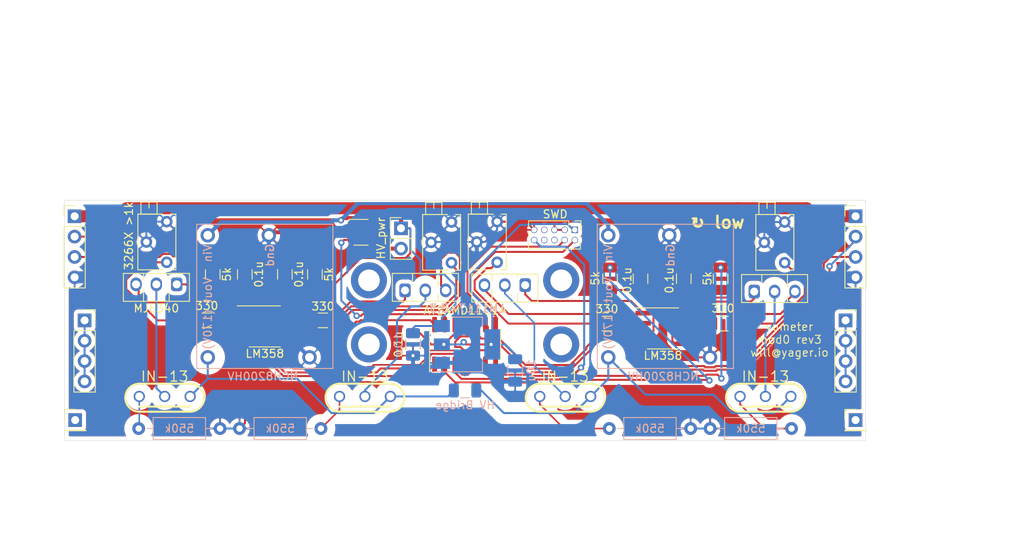
<source format=kicad_pcb>
(kicad_pcb (version 20211014) (generator pcbnew)
  (layers (0 "F.Cu" signal) (31 "B.Cu" signal) (34 "B.Paste" user) (35 "F.Paste" user) (36 "B.SilkS" user "B.Silkscreen") (37 "F.SilkS" user "F.Silkscreen") (38 "B.Mask" user) (39 "F.Mask" user) (44 "Edge.Cuts" user))
  (net 0 "")
  (net 1 "GND")
  (net 2 "3V3")
  (net 3 "Net-(C_pwm1-Pad1)")
  (net 4 "Net-(C_pwm2-Pad1)")
  (net 5 "Net-(C_pwm3-Pad1)")
  (net 6 "Net-(C_pwm4-Pad1)")
  (net 7 "Net-(J1-Pad6)")
  (net 8 "Net-(J1-Pad7)")
  (net 9 "Net-(J1-Pad8)")
  (net 10 "rx1")
  (net 11 "tx1")
  (net 12 "V_mid")
  (net 13 "rx2")
  (net 14 "tx2")
  (net 15 "HV2")
  (net 16 "HV1")
  (net 17 "Net-(Q1-Pad3)")
  (net 18 "Net-(Q1-Pad1)")
  (net 19 "Net-(Q2-Pad1)")
  (net 20 "Net-(Q2-Pad3)")
  (net 21 "Net-(Q3-Pad3)")
  (net 22 "Net-(Q3-Pad1)")
  (net 23 "Net-(Q4-Pad1)")
  (net 24 "Net-(Q4-Pad3)")
  (net 25 "PWM3")
  (net 26 "PWM4")
  (net 27 "Net-(R_Sense1-Pad2)")
  (net 28 "Net-(R_Sense2-Pad2)")
  (net 29 "Net-(R_Sense3-Pad2)")
  (net 30 "Net-(R_Sense4-Pad2)")
  (net 31 "PWM1")
  (net 32 "PWM2")
  (net 33 "Net-(H1-Pad1)")
  (net 34 "Net-(H2-Pad1)")
  (net 35 "Net-(H3-Pad1)")
  (net 36 "Net-(H4-Pad1)")
  (net 37 "Net-(J4-Pad1)")
  (net 38 "Net-(J5-Pad1)")
  (net 39 "Net-(JP2-Pad2)")
  (net 40 "M1")
  (net 41 "M2")
  (net 42 "M3")
  (net 43 "M4")
  (net 44 "Net-(J6-Pad1)")
  (net 45 "Net-(J7-Pad1)")
  (net 46 "Net-(U5-Pad1)")
  (net 47 "Net-(U7-Pad4)")
  (net 48 "Net-(U7-Pad5)")
  (net 49 "hv_en")
  (net 50 "M5")
  (net 51 "M6")
  (net 52 "M7")
  (net 53 "M8")
  (net 54 "swdio")
  (net 55 "swclk")
  (net 56 "rst")
  (footprint "Capacitor_SMD:C_1206_3216Metric" (layer "F.Cu") (at 134.175 103.005 -90)
    (fp_text reference "C_decouple1" hide)
    (fp_text value "0.1u")
  )
  (footprint "Capacitor_SMD:C_1206_3216Metric" (layer "F.Cu") (at 118.175 94.255 90)
    (fp_text reference "C_pwm2" hide)
    (fp_text value "0.1u")
  )
  (footprint "Capacitor_SMD:C_1206_3216Metric" (layer "F.Cu") (at 162.575 94.805 90)
    (fp_text reference "C_pwm3" hide)
    (fp_text value "0.1u")
  )
  (footprint "Capacitor_SMD:C_1206_3216Metric" (layer "F.Cu") (at 167.975 94.805 90)
    (fp_text reference "C_pwm4" hide)
    (fp_text value "0.1u")
  )
  (footprint "Resistor_SMD:R_1206_3216Metric" (layer "F.Cu") (at 109.175 94.255 -90)
    (fp_text reference "R_pwm1" hide)
    (fp_text value "5k")
  )
  (footprint "Resistor_SMD:R_1206_3216Metric" (layer "F.Cu") (at 172.575 94.805 -90)
    (fp_text reference "R_pwm4" hide)
    (fp_text value "5k")
  )
  (footprint "Resistor_SMD:R_1206_3216Metric" (layer "F.Cu") (at 108.425 100.005 180)
    (fp_text reference "R_Sense1" hide)
    (fp_text value "330")
  )
  (footprint "Resistor_SMD:R_1206_3216Metric" (layer "F.Cu") (at 158.375 100.405 180)
    (fp_text reference "R_Sense3" hide)
    (fp_text value "330")
  )
  (footprint "Resistor_SMD:R_1206_3216Metric" (layer "F.Cu") (at 172.925 100.405)
    (fp_text reference "R_Sense4" hide)
    (fp_text value "330")
  )
  (footprint "Package_SO:SOIC-14_3.9x8.7mm_P1.27mm" (layer "F.Cu") (at 140.675 103.005 90)
    (fp_text reference "U2" hide)
    (fp_text value "ATSAMD11C14")
  )
  (footprint "Package_SO:SOIC-8_3.9x4.9mm_P1.27mm" (layer "F.Cu") (at 165.375 101.005)
    (fp_text reference "U4" hide)
    (fp_text value "LM358")
  )
  (footprint "Potentiometer_THT:Potentiometer_Bourns_3266X_Horizontal" (layer "F.Cu") (at 103.425 92.755 -90)
    (fp_text reference "R_adj1" hide)
    (fp_text value "3266X >1k")
  )
  (footprint "Potentiometer_THT:Potentiometer_Bourns_3266X_Horizontal" (layer "F.Cu") (at 138.975 92.805 -90)
    (fp_text reference "R_adj2" hide)
    (fp_text value "3266X >1k" hide)
  )
  (footprint "Potentiometer_THT:Potentiometer_Bourns_3266X_Horizontal" (layer "F.Cu") (at 180.575 92.805 -90)
    (fp_text reference "R_adj4" hide)
    (fp_text value "3266X >1k" hide)
  )
  (footprint "Potentiometer_THT:Potentiometer_Bourns_3266X_Horizontal" (layer "F.Cu") (at 144.675 92.755 -90)
    (fp_text reference "R_adj3" hide)
    (fp_text value "3266X >1k" hide)
  )
  (footprint "Connector_PinSocket_2.54mm:PinSocket_1x04_P2.54mm_Vertical" (layer "F.Cu") (at 93.175 100.005)
    (fp_text reference "J4" hide)
    (fp_text value "Standoff_1" hide)
  )
  (footprint "Connector_PinSocket_2.54mm:PinSocket_1x04_P2.54mm_Vertical" (layer "F.Cu") (at 188.175 100.005)
    (fp_text reference "J5" hide)
    (fp_text value "Standoff_2" hide)
  )
  (footprint "MountingHole:MountingHole_2.7mm_M2.5_ISO14580_Pad" (layer "F.Cu") (at 128.675 103.005)
    (fp_text reference "H2" hide)
    (fp_text value "MountingHole_Pad" hide)
  )
  (footprint "MountingHole:MountingHole_2.7mm_M2.5_ISO14580_Pad" (layer "F.Cu") (at 152.675 95.005)
    (fp_text reference "H3" hide)
    (fp_text value "MountingHole_Pad" hide)
  )
  (footprint "MountingHole:MountingHole_2.7mm_M2.5_ISO14580_Pad" (layer "F.Cu") (at 152.675 103.005)
    (fp_text reference "H4" hide)
    (fp_text value "MountingHole_Pad" hide)
  )
  (footprint "Resistor_SMD:R_1206_3216Metric" (layer "F.Cu") (at 158.775 94.805 -90)
    (fp_text reference "R_pwm3" hide)
    (fp_text value "5k")
  )
  (footprint "Resistor_SMD:R_1206_3216Metric" (layer "F.Cu") (at 121.925 94.255 -90)
    (fp_text reference "R_pwm2" hide)
    (fp_text value "5k")
  )
  (footprint "Package_SO:SOIC-8_3.9x4.9mm_P1.27mm" (layer "F.Cu") (at 115.675 100.755)
    (fp_text reference "U1" hide)
    (fp_text value "LM358")
  )
  (footprint "Resistor_SMD:R_1206_3216Metric" (layer "F.Cu") (at 122.925 100.005)
    (fp_text reference "R_Sense2" hide)
    (fp_text value "330")
  )
  (footprint "MountingHole:MountingHole_2.7mm_M2.5_ISO14580_Pad" (layer "F.Cu") (at 128.675 95.005)
    (fp_text reference "H1" hide)
    (fp_text value "MountingHole_Pad" hide)
  )
  (footprint "Capacitor_SMD:C_1206_3216Metric" (layer "F.Cu") (at 113.175 94.255 90)
    (fp_text reference "C_pwm1" hide)
    (fp_text value "0.1u")
  )
  (footprint "vumeter:fixed-IN-13-footprint-wide-sockets" (layer "F.Cu") (at 106.35 109.5 180)
    (fp_text reference "N1" hide)
    (fp_text value "IN-13")
  )
  (footprint "vumeter:fixed-IN-13-footprint-wide-sockets" (layer "F.Cu") (at 131.35 109.5 180)
    (fp_text reference "N2" hide)
    (fp_text value "IN-13")
  )
  (footprint "vumeter:fixed-IN-13-footprint-wide-sockets" (layer "F.Cu") (at 156.35 109.5 180)
    (fp_text reference "N3" hide)
    (fp_text value "IN-13")
  )
  (footprint "vumeter:fixed-IN-13-footprint-wide-sockets" (layer "F.Cu") (at 181.35 109.5 180)
    (fp_text reference "N4" hide)
    (fp_text value "IN-13")
  )
  (footprint "Connector_PinHeader_2.54mm:PinHeader_1x01_P2.54mm_Vertical" (layer "F.Cu") (at 189.425 112.451)
    (fp_text reference "J7" hide)
    (fp_text value "Conn_01x01_Male")
  )
  (footprint "Connector_PinHeader_2.54mm:PinHeader_1x01_P2.54mm_Vertical" (layer "F.Cu") (at 91.999 112.451)
    (fp_text reference "J6" hide)
    (fp_text value "Conn_01x01_Male" hide)
  )
  (footprint "Connector_PinHeader_2.54mm:PinHeader_1x04_P2.54mm_Vertical" (layer "F.Cu") (at 91.925 87.005)
    (fp_text reference "J3" hide)
    (fp_text value "Conn_01x04")
  )
  (footprint "Connector_PinHeader_2.54mm:PinHeader_1x04_P2.54mm_Vertical" (layer "F.Cu") (at 189.425 87.005)
    (fp_text reference "J2" hide)
    (fp_text value "Conn_01x04")
  )
  (footprint "Package_TO_SOT_SMD:SOT-23-6" (layer "F.Cu") (at 127.675 89.005)
    (fp_text reference "U7" hide)
    (fp_text value "TPS2281DBVR")
  )
  (footprint "Connector_PinHeader_2.54mm:PinHeader_1x02_P2.54mm_Vertical" (layer "F.Cu") (at 132.675 88.505)
    (fp_text reference "JP2" hide)
    (fp_text value "HV_pwr")
  )
  (footprint "vumeter:TO-126-3_Vertical-HV" (layer "F.Cu") (at 104.675 95.505 180)
    (fp_text reference "Q1" hide)
    (fp_text value "MJE340")
  )
  (footprint "vumeter:TO-126-3_Vertical-HV" (layer "F.Cu") (at 133.175 96.255)
    (fp_text reference "Q2" hide)
    (fp_text value "MJE340")
  )
  (footprint "vumeter:TO-126-3_Vertical-HV" (layer "F.Cu") (at 148.175 95.605 180)
    (fp_text reference "Q3" hide)
    (fp_text value "MJE340")
  )
  (footprint "vumeter:TO-126-3_Vertical-HV" (layer "F.Cu") (at 176.775 96.405)
    (fp_text reference "Q4" hide)
    (fp_text value "MJE340")
  )
  (footprint "vumeter:PinHeader_2x05_P1.27mm_Vertical-smallholes" (layer "F.Cu") (at 154.375 88.705 -90)
    (fp_text reference "J1" hide)
    (fp_text value "SWD")
  )
  (footprint "Package_TO_SOT_SMD:SOT-223-3_TabPin2" (layer "B.Cu") (at 140.925 103.005)
    (fp_text reference "U3" hide)
    (fp_text value "LM1117-3.3")
  )
  (footprint "vumeter:NCH8200HV" (layer "B.Cu") (at 106.175 97.005 -90)
    (fp_text reference "U5" hide)
    (fp_text value "NCH8200HV")
  )
  (footprint "vumeter:NCH8200HV" (layer "B.Cu") (at 156.175 97.005 -90)
    (fp_text reference "U6" hide)
    (fp_text value "NCH8200HV")
  )
  (footprint "Resistor_SMD:R_1206_3216Metric" (layer "B.Cu") (at 140.675 108.755 180)
    (fp_text reference "JP1" hide)
    (fp_text value "HV Bridge")
  )
  (footprint "Capacitor_SMD:C_1206_3216Metric" (layer "B.Cu") (at 134.175 103.005 90)
    (fp_text reference "C_pwr1" hide)
    (fp_text value "10u")
  )
  (footprint "Resistor_THT:R_Axial_DIN0207_L6.3mm_D2.5mm_P10.16mm_Horizontal" (layer "B.Cu") (at 99.925 113.505)
    (fp_text reference "R_Cathode1" hide)
    (fp_text value "550k")
  )
  (footprint "Resistor_THT:R_Axial_DIN0207_L6.3mm_D2.5mm_P10.16mm_Horizontal" (layer "B.Cu") (at 158.675 113.505)
    (fp_text reference "R_Cathode3" hide)
    (fp_text value "550k")
  )
  (footprint "Resistor_THT:R_Axial_DIN0207_L6.3mm_D2.5mm_P10.16mm_Horizontal" (layer "B.Cu") (at 122.675 113.505 180)
    (fp_text reference "R_Cathode2" hide)
    (fp_text value "550k")
  )
  (footprint "Resistor_THT:R_Axial_DIN0207_L6.3mm_D2.5mm_P10.16mm_Horizontal" (layer "B.Cu") (at 181.425 113.505 180)
    (fp_text reference "R_Cathode4" hide)
    (fp_text value "550k")
  )
  (footprint "Capacitor_SMD:C_1206_3216Metric" (layer "B.Cu") (at 146.925 106.255 -90)
    (fp_text reference "C_pwr2" hide)
    (fp_text value "10u")
  )
  (gr_line (start 190.675 85.005) (end 190.675 115.005) (layer "Edge.Cuts") (width 0.05))
  (gr_line (start 90.675 85.005) (end 190.675 85.005) (layer "Edge.Cuts") (width 0.05))
  (gr_line (start 190.675 115.005) (end 90.675 115.005) (layer "Edge.Cuts") (width 0.05))
  (gr_line (start 90.675 85.005) (end 90.675 115.005) (layer "Edge.Cuts") (width 0.05))
  (gr_text "↻ low" (at 172.175 87.755) (layer "F.SilkS") (effects (font (size 1.5 1.5) (thickness 0.3))))
  (gr_text "vumeter\nmod0 rev3\nwill@yager.io" (at 181.175 102.405) (layer "F.SilkS") (effects (font (size 1 1) (thickness 0.125))))
  (segment (start 116.545 89.005) (end 116.17 89.38) (width 0.5) (layer "F.Cu") (net 1))
  (segment (start 171.265 113.505) (end 171.265 110.533998) (width 0.25) (layer "F.Cu") (net 1))
  (segment (start 95.825 94.625) (end 91.925 94.625) (width 0.25) (layer "F.Cu") (net 1))
  (segment (start 167.1 93.405) (end 167.975 93.405) (width 0.25) (layer "F.Cu") (net 1))
  (segment (start 151.835 88.705) (end 153.105 88.705) (width 0.25) (layer "F.Cu") (net 1))
  (segment (start 113.2 112.82) (end 112.515 113.505) (width 0.25) (layer "F.Cu") (net 1))
  (segment (start 106.505 90.755) (end 103.425 87.675) (width 0.25) (layer "F.Cu") (net 1))
  (segment (start 162.9 103.21) (end 164.31 104.62) (width 0.25) (layer "F.Cu") (net 1))
  (segment (start 164.38 92.475) (end 166.17 92.475) (width 0.25) (layer "F.Cu") (net 1))
  (segment (start 118.175 91.385) (end 116.17 89.38) (width 0.25) (layer "F.Cu") (net 1))
  (segment (start 163.45 93.405) (end 164.38 92.475) (width 0.25) (layer "F.Cu") (net 1))
  (segment (start 95.825 94.625) (end 103.23299 102.03299) (width 0.25) (layer "F.Cu") (net 1))
  (segment (start 140.675 100.53) (end 140.675 98.505) (width 0.25) (layer "F.Cu") (net 1))
  (segment (start 126.575 89.005) (end 116.545 89.005) (width 0.5) (layer "F.Cu") (net 1))
  (segment (start 162.9 102.91) (end 162.9 103.21) (width 0.25) (layer "F.Cu") (net 1))
  (segment (start 162.575 93.405) (end 163.45 93.405) (width 0.25) (layer "F.Cu") (net 1))
  (segment (start 151.835 88.705) (end 151.835 87.765) (width 0.25) (layer "F.Cu") (net 1))
  (segment (start 188.222919 94.625) (end 189.425 94.625) (width 0.25) (layer "F.Cu") (net 1))
  (segment (start 151.835 87.765) (end 151.775 87.705) (width 0.25) (layer "F.Cu") (net 1))
  (segment (start 112.57299 102.03299) (end 113.2 102.66) (width 0.25) (layer "F.Cu") (net 1))
  (segment (start 110.2 90.755) (end 106.505 90.755) (width 0.25) (layer "F.Cu") (net 1))
  (segment (start 166.17 89.38) (end 166.17 92.475) (width 0.25) (layer "F.Cu") (net 1))
  (segment (start 162.9 102.91) (end 162.9 103.08) (width 0.25) (layer "F.Cu") (net 1))
  (segment (start 148.265 87.675) (end 149.295 88.705) (width 0.25) (layer "F.Cu") (net 1))
  (segment (start 166.17 92.475) (end 167.1 93.405) (width 0.25) (layer "F.Cu") (net 1))
  (segment (start 113.2 102.66) (end 113.2 112.82) (width 0.25) (layer "F.Cu") (net 1))
  (segment (start 187.173998 94.625) (end 188.222919 94.625) (width 0.25) (layer "F.Cu") (net 1))
  (segment (start 103.23299 102.03299) (end 112.57299 102.03299) (width 0.25) (layer "F.Cu") (net 1))
  (segment (start 140.675 98.505) (end 140.425 98.255) (width 0.25) (layer "F.Cu") (net 1))
  (segment (start 113.175 92.855) (end 112.3 92.855) (width 0.25) (layer "F.Cu") (net 1))
  (segment (start 144.675 87.675) (end 148.265 87.675) (width 0.25) (layer "F.Cu") (net 1))
  (segment (start 171.265 110.533998) (end 187.173998 94.625) (width 0.25) (layer "F.Cu") (net 1))
  (segment (start 118.175 92.855) (end 118.175 91.385) (width 0.25) (layer "F.Cu") (net 1))
  (segment (start 116.17 90.735) (end 116.17 89.38) (width 0.25) (layer "F.Cu") (net 1))
  (segment (start 144.675 87.675) (end 151.775 87.705) (width 0.25) (layer "F.Cu") (net 1))
  (segment (start 113.175 92.855) (end 114.05 92.855) (width 0.25) (layer "F.Cu") (net 1))
  (segment (start 114.05 92.855) (end 116.17 90.735) (width 0.25) (layer "F.Cu") (net 1))
  (segment (start 112.3 92.855) (end 110.2 90.755) (width 0.25) (layer "F.Cu") (net 1))
  (segment (start 164.31 104.62) (end 171.25 104.62) (width 0.25) (layer "F.Cu") (net 1))
  (via (at 134.175 104.405) (size 0.8) (drill 0.4) (layers "F.Cu" "B.Cu") (net 1))
  (via (at 140.425 98.255) (size 0.8) (drill 0.4) (layers "F.Cu" "B.Cu") (net 1))
  (segment (start 137.775 105.305) (end 140.460002 105.305) (width 0.5) (layer "B.Cu") (net 1))
  (segment (start 157.661999 91.230001) (end 166.150001 91.230001) (width 1.5) (layer "B.Cu") (net 1))
  (segment (start 93.305 94.625) (end 100.255 87.675) (width 1.5) (layer "B.Cu") (net 1))
  (segment (start 183.425 92.505) (end 185.545 94.625) (width 1.5) (layer "B.Cu") (net 1))
  (segment (start 141.175 97.505) (end 141.425 97.505) (width 0.25) (layer "B.Cu") (net 1))
  (segment (start 134.725002 86.454998) (end 148.178126 86.454998) (width 1) (layer "B.Cu") (net 1))
  (segment (start 140.425 93.155) (end 140.425 96.505) (width 0.5) (layer "B.Cu") (net 1))
  (segment (start 103.425 87.675) (end 100.845 87.675) (width 0.25) (layer "B.Cu") (net 1))
  (segment (start 134.425 105.755) (end 137.325 105.755) (width 0.5) (layer "B.Cu") (net 1))
  (segment (start 139.124998 86.704998) (end 138.976769 86.704998) (width 0.25) (layer "B.Cu") (net 1))
  (segment (start 125.722992 88.95501) (end 125.923002 88.755) (width 1.5) (layer "B.Cu") (net 1))
  (segment (start 144.624998 86.704998) (end 144.624998 87.624998) (width 0.25) (layer "B.Cu") (net 1))
  (segment (start 142.714999 105.355001) (end 142.624999 105.265001) (width 0.5) (layer "B.Cu") (net 1))
  (segment (start 142.624999 105.040001) (end 141.675 104.090002) (width 0.5) (layer "B.Cu") (net 1))
  (segment (start 140.425 98.255) (end 141.175 97.505) (width 0.25) (layer "B.Cu") (net 1))
  (segment (start 172.699999 91.230001) (end 172.099999 91.230001) (width 0.5) (layer "B.Cu") (net 1))
  (segment (start 142.135 91.445) (end 140.425 93.155) (width 0.5) (layer "B.Cu") (net 1))
  (segment (start 155.398436 86.728436) (end 148.451564 86.728436) (width 1.5) (layer "B.Cu") (net 1))
  (segment (start 156.699999 90.268001) (end 157.661999 91.230001) (width 1.5) (layer "B.Cu") (net 1))
  (segment (start 145.239998 107.655) (end 142.939999 105.355001) (width 0.5) (layer "B.Cu") (net 1))
  (segment (start 138.975 87.725) (end 136.435 90.265) (width 0.25) (layer "B.Cu") (net 1))
  (segment (start 176.205 87.725) (end 177.895 87.725) (width 1.5) (layer "B.Cu") (net 1))
  (segment (start 142.939999 105.355001) (end 142.714999 105.355001) (width 0.5) (layer "B.Cu") (net 1))
  (segment (start 171.235 104.605) (end 171.25 104.62) (width 0.25) (layer "B.Cu") (net 1))
  (segment (start 112.515 113.505) (end 110.085 113.505) (width 0.25) (layer "B.Cu") (net 1))
  (segment (start 172.099999 91.230001) (end 171.25 92.08) (width 0.5) (layer "B.Cu") (net 1))
  (segment (start 140.460002 105.305) (end 141.675 104.090002) (width 0.5) (layer "B.Cu") (net 1))
  (segment (start 166.150001 91.230001) (end 172.699999 91.230001) (width 1.5) (layer "B.Cu") (net 1))
  (segment (start 104.425 91.255) (end 121.675 91.255) (width 1.5) (layer "B.Cu") (net 1))
  (segment (start 100.885 87.715) (end 100.845 87.675) (width 0.25) (layer "B.Cu") (net 1))
  (segment (start 166.17 91.210002) (end 166.17 89.38) (width 0.5) (layer "B.Cu") (net 1))
  (segment (start 136.485 90.215) (end 136.435 90.265) (width 0.25) (layer "B.Cu") (net 1))
  (segment (start 140.425 96.505) (end 141.425 97.505) (width 0.5) (layer "B.Cu") (net 1))
  (segment (start 125.923002 88.755) (end 129.175 88.755) (width 1.5) (layer "B.Cu") (net 1))
  (segment (start 123.97499 88.95501) (end 125.722992 88.95501) (width 1.5) (layer "B.Cu") (net 1))
  (segment (start 138.975 86.706767) (end 138.975 87.725) (width 0.25) (layer "B.Cu") (net 1))
  (segment (start 155.398436 86.728436) (end 156.699999 88.029999) (width 1.5) (layer "B.Cu") (net 1))
  (segment (start 141.675 104.090002) (end 141.675 104.005) (width 0.5) (layer "B.Cu") (net 1))
  (segment (start 185.545 94.625) (end 189.425 94.625) (width 1.5) (layer "B.Cu") (net 1))
  (segment (start 156.699999 88.029999) (end 156.699999 90.268001) (width 1.5) (layer "B.Cu") (net 1))
  (segment (start 100.845 87.675) (end 104.425 91.255) (width 1.5) (layer "B.Cu") (net 1))
  (segment (start 142.135 90.215) (end 142.135 91.445) (width 0.5) (layer "B.Cu") (net 1))
  (segment (start 137.325 105.755) (end 137.775 105.305) (width 0.5) (layer "B.Cu") (net 1))
  (segment (start 141.675 104.090002) (end 141.675 97.755) (width 0.5) (layer "B.Cu") (net 1))
  (segment (start 142.135 90.215) (end 136.485 90.215) (width 0.25) (layer "B.Cu") (net 1))
  (segment (start 143.153233 90.215) (end 142.135 90.215) (width 0.25) (layer "B.Cu") (net 1))
  (segment (start 144.675 87.675) (end 144.675 88.693233) (width 0.25) (layer "B.Cu") (net 1))
  (segment (start 134.175 105.505) (end 134.425 105.755) (width 0.5) (layer "B.Cu") (net 1))
  (segment (start 177.895 87.725) (end 177.925 87.755) (width 1.5) (layer "B.Cu") (net 1))
  (segment (start 180.575 87.725) (end 177.895 87.725) (width 0.25) (layer "B.Cu") (net 1))
  (segment (start 141.675 97.755) (end 141.425 97.505) (width 0.5) (layer "B.Cu") (net 1))
  (segment (start 100.885 90.215) (end 100.885 87.715) (width 0.25) (layer "B.Cu") (net 1))
  (segment (start 129.175 88.755) (end 131.225002 86.704998) (width 1.5) (layer "B.Cu") (net 1))
  (segment (start 144.624998 87.624998) (end 144.675 87.675) (width 0.25) (layer "B.Cu") (net 1))
  (segment (start 178.035 87.865) (end 177.925 87.755) (width 0.25) (layer "B.Cu") (net 1))
  (segment (start 172.699999 91.230001) (end 176.205 87.725) (width 1.5) (layer "B.Cu") (net 1))
  (segment (start 138.976769 86.704998) (end 138.975 86.706767) (width 0.25) (layer "B.Cu") (net 1))
  (segment (start 100.255 87.675) (end 100.845 87.675) (width 1.5) (layer "B.Cu") (net 1))
  (segment (start 148.178126 86.454998) (end 148.451564 86.728436) (width 1) (layer "B.Cu") (net 1))
  (segment (start 121.675 91.255) (end 123.97499 88.95501) (width 1.5) (layer "B.Cu") (net 1))
  (segment (start 182.675 92.505) (end 183.425 92.505) (width 1.5) (layer "B.Cu") (net 1))
  (segment (start 171.25 104.62) (end 171.25 92.08) (width 0.5) (layer "B.Cu") (net 1))
  (segment (start 177.925 87.755) (end 182.675 92.505) (width 1.5) (layer "B.Cu") (net 1))
  (segment (start 134.475002 86.704998) (end 134.725002 86.454998) (width 1) (layer "B.Cu") (net 1))
  (segment (start 131.225002 86.704998) (end 134.475002 86.704998) (width 1.5) (layer "B.Cu") (net 1))
  (segment (start 121.25 104.62) (end 116.17 99.54) (width 0.5) (layer "B.Cu") (net 1))
  (segment (start 116.17 99.54) (end 116.17 89.38) (width 0.5) (layer "B.Cu") (net 1))
  (segment (start 91.925 94.625) (end 93.305 94.625) (width 1.5) (layer "B.Cu") (net 1))
  (segment (start 142.624999 105.265001) (end 142.624999 105.040001) (width 0.5) (layer "B.Cu") (net 1))
  (segment (start 166.150001 91.230001) (end 166.17 91.210002) (width 0.5) (layer "B.Cu") (net 1))
  (segment (start 168.835 113.505) (end 171.265 113.505) (width 0.25) (layer "B.Cu") (net 1))
  (segment (start 144.675 88.693233) (end 143.153233 90.215) (width 0.25) (layer "B.Cu") (net 1))
  (segment (start 178.035 90.265) (end 178.035 87.865) (width 0.25) (layer "B.Cu") (net 1))
  (segment (start 146.925 107.655) (end 145.239998 107.655) (width 0.5) (layer "B.Cu") (net 1))
  (segment (start 134.175 104.405) (end 134.175 105.505) (width 0.5) (layer "B.Cu") (net 1))
  (segment (start 136.45 103.005) (end 138.025 103.005) (width 0.25) (layer "F.Cu") (net 2))
  (segment (start 143.925 103.005) (end 140.782524 103.005) (width 0.25) (layer "F.Cu") (net 2))
  (segment (start 138.025 103.005) (end 139.405 101.625) (width 0.25) (layer "F.Cu") (net 2))
  (segment (start 135.05 101.605) (end 136.45 103.005) (width 0.25) (layer "F.Cu") (net 2))
  (segment (start 140.782524 103.005) (end 140.500844 102.72332) (width 0.25) (layer "F.Cu") (net 2))
  (segment (start 139.405 101.625) (end 139.405 100.53) (width 0.25) (layer "F.Cu") (net 2))
  (segment (start 134.175 101.605) (end 135.05 101.605) (width 0.25) (layer "F.Cu") (net 2))
  (via (at 143.925 103.005) (size 0.8) (drill 0.4) (layers "F.Cu" "B.Cu") (net 2))
  (via (at 138.025 103.005) (size 0.8) (drill 0.4) (layers "F.Cu" "B.Cu") (net 2))
  (via (at 140.500844 102.72332) (size 0.8) (drill 0.4) (layers "F.Cu" "B.Cu") (net 2))
  (segment (start 140.219164 103.005) (end 140.500844 102.72332) (width 0.25) (layer "B.Cu") (net 2))
  (segment (start 137.775 103.005) (end 140.219164 103.005) (width 0.25) (layer "B.Cu") (net 2))
  (segment (start 141.32503 94.32779) (end 141.32503 96.40503) (width 0.25) (layer "B.Cu") (net 2))
  (segment (start 147.572809 88.080011) (end 141.32503 94.32779) (width 0.25) (layer "B.Cu") (net 2))
  (segment (start 144.075 99.155) (end 144.075 100.855) (width 0.25) (layer "B.Cu") (net 2))
  (segment (start 145.7 103.005) (end 144.075 103.005) (width 0.25) (layer "B.Cu") (net 2))
  (segment (start 154.178002 88.705) (end 153.453001 87.979999) (width 0.25) (layer "B.Cu") (net 2))
  (segment (start 148.846987 88.080011) (end 147.572809 88.080011) (width 0.25) (layer "B.Cu") (net 2))
  (segment (start 146.925 104.855) (end 146.925 104.23) (width 0.25) (layer "B.Cu") (net 2))
  (segment (start 148.946999 87.979999) (end 148.846987 88.080011) (width 0.25) (layer "B.Cu") (net 2))
  (segment (start 144.799681 104.405) (end 143.58775 103.193069) (width 0.25) (layer "B.Cu") (net 2))
  (segment (start 144.075 100.855) (end 144.075 103.005) (width 0.25) (layer "B.Cu") (net 2))
  (segment (start 141.32503 96.40503) (end 144.075 99.155) (width 0.25) (layer "B.Cu") (net 2))
  (segment (start 154.375 88.705) (end 154.178002 88.705) (width 0.25) (layer "B.Cu") (net 2))
  (segment (start 153.453001 87.979999) (end 148.946999 87.979999) (width 0.25) (layer "B.Cu") (net 2))
  (segment (start 144.075 103.005) (end 143.925 103.005) (width 0.25) (layer "B.Cu") (net 2))
  (segment (start 146.925 104.23) (end 145.7 103.005) (width 0.25) (layer "B.Cu") (net 2))
  (segment (start 114.50001 96.10501) (end 114.05 95.655) (width 0.25) (layer "F.Cu") (net 3))
  (segment (start 113.2 101.39) (end 114.175 101.39) (width 0.25) (layer "F.Cu") (net 3))
  (segment (start 114.05 95.655) (end 113.175 95.655) (width 0.25) (layer "F.Cu") (net 3))
  (segment (start 114.175 101.39) (end 114.50001 101.06499) (width 0.25) (layer "F.Cu") (net 3))
  (segment (start 114.50001 101.06499) (end 114.50001 96.10501) (width 0.25) (layer "F.Cu") (net 3))
  (segment (start 113.175 95.655) (end 109.175 95.655) (width 0.25) (layer "F.Cu") (net 3))
  (segment (start 116.84999 102.33499) (end 116.84999 96.10501) (width 0.25) (layer "F.Cu") (net 4))
  (segment (start 121.925 95.655) (end 118.175 95.655) (width 0.25) (layer "F.Cu") (net 4))
  (segment (start 117.175 102.66) (end 116.84999 102.33499) (width 0.25) (layer "F.Cu") (net 4))
  (segment (start 118.15 102.66) (end 117.175 102.66) (width 0.25) (layer "F.Cu") (net 4))
  (segment (start 116.84999 96.10501) (end 117.3 95.655) (width 0.25) (layer "F.Cu") (net 4))
  (segment (start 117.3 95.655) (end 118.175 95.655) (width 0.25) (layer "F.Cu") (net 4))
  (segment (start 164.20001 101.31499) (end 163.875 101.64) (width 0.25) (layer "F.Cu") (net 5))
  (segment (start 163.875 101.64) (end 162.9 101.64) (width 0.25) (layer "F.Cu") (net 5))
  (segment (start 163.45 96.205) (end 164.20001 96.95501) (width 0.25) (layer "F.Cu") (net 5))
  (segment (start 164.20001 96.95501) (end 164.20001 101.31499) (width 0.25) (layer "F.Cu") (net 5))
  (segment (start 162.575 96.205) (end 158.775 96.205) (width 0.25) (layer "F.Cu") (net 5))
  (segment (start 162.575 96.205) (end 163.45 96.205) (width 0.25) (layer "F.Cu") (net 5))
  (segment (start 167.975 96.83) (end 166.54999 98.25501) (width 0.25) (layer "F.Cu") (net 6))
  (segment (start 166.54999 98.25501) (end 166.54999 102.58499) (width 0.25) (layer "F.Cu") (net 6))
  (segment (start 166.54999 102.58499) (end 166.875 102.91) (width 0.25) (layer "F.Cu") (net 6))
  (segment (start 166.875 102.91) (end 167.85 102.91) (width 0.25) (layer "F.Cu") (net 6))
  (segment (start 167.975 96.205) (end 172.575 96.205) (width 0.25) (layer "F.Cu") (net 6))
  (segment (start 167.975 96.205) (end 167.975 96.83) (width 0.25) (layer "F.Cu") (net 6))
  (segment (start 163.077012 106.157012) (end 170.337599 106.157012) (width 0.25) (layer "F.Cu") (net 10))
  (segment (start 143.95182 102.279999) (end 143.951842 102.280021) (width 0.25) (layer "F.Cu") (net 10))
  (segment (start 142.719999 102.279999) (end 143.95182 102.279999) (width 0.25) (layer "F.Cu") (net 10))
  (segment (start 148.023013 106.030011) (end 153.977227 106.030011) (width 0.25) (layer "F.Cu") (net 10))
  (segment (start 141.945 100.53) (end 141.945 101.505) (width 0.25) (layer "F.Cu") (net 10))
  (segment (start 156.274999 103.732239) (end 156.274999 103.527999) (width 0.25) (layer "F.Cu") (net 10))
  (segment (start 172.162401 106.157012) (end 175.005575 106.157012) (width 0.25) (layer "F.Cu") (net 10))
  (segment (start 153.977227 106.030011) (end 156.274999 103.732239) (width 0.25) (layer "F.Cu") (net 10))
  (segment (start 162.925 105.832238) (end 162.925 106.005) (width 0.25) (layer "F.Cu") (net 10))
  (segment (start 162.925 106.005) (end 163.077012 106.157012) (width 0.25) (layer "F.Cu") (net 10))
  (segment (start 144.273023 102.280021) (end 148.023013 106.030011) (width 0.25) (layer "F.Cu") (net 10))
  (segment (start 186.175 93.820685) (end 186.175 93.255) (width 0.25) (layer "F.Cu") (net 10))
  (segment (start 157.457999 102.344999) (end 159.642001 102.344999) (width 0.25) (layer "F.Cu") (net 10))
  (segment (start 186.175 94.987587) (end 186.175 93.820685) (width 0.25) (layer "F.Cu") (net 10))
  (segment (start 175.005575 106.157012) (end 186.175 94.987587) (width 0.25) (layer "F.Cu") (net 10))
  (segment (start 156.274999 103.527999) (end 157.457999 102.344999) (width 0.25) (layer "F.Cu") (net 10))
  (segment (start 172.024401 106.295012) (end 172.162401 106.157012) (width 0.25) (layer "F.Cu") (net 10))
  (segment (start 160.825001 103.732239) (end 162.925 105.832238) (width 0.25) (layer "F.Cu") (net 10))
  (segment (start 170.337599 106.157012) (end 170.475599 106.295012) (width 0.25) (layer "F.Cu") (net 10))
  (segment (start 159.642001 102.344999) (end 160.825001 103.527999) (width 0.25) (layer "F.Cu") (net 10))
  (segment (start 170.475599 106.295012) (end 172.024401 106.295012) (width 0.25) (layer "F.Cu") (net 10))
  (segment (start 141.945 101.505) (end 142.719999 102.279999) (width 0.25) (layer "F.Cu") (net 10))
  (segment (start 143.951842 102.280021) (end 144.273023 102.280021) (width 0.25) (layer "F.Cu") (net 10))
  (segment (start 160.825001 103.527999) (end 160.825001 103.732239) (width 0.25) (layer "F.Cu") (net 10))
  (via (at 186.175 93.255) (size 0.8) (drill 0.4) (layers "F.Cu" "B.Cu") (net 10))
  (segment (start 186.175 93.255) (end 189.425 90.005) (width 0.25) (layer "B.Cu") (net 10))
  (segment (start 189.425 90.005) (end 189.425 89.545) (width 0.25) (layer "B.Cu") (net 10))
  (segment (start 143.515 101.206768) (end 144.138242 101.83001) (width 0.25) (layer "F.Cu") (net 11))
  (segment (start 148.209413 105.58) (end 153.790827 105.58) (width 0.25) (layer "F.Cu") (net 11))
  (segment (start 144.138242 101.83001) (end 144.459423 101.83001) (width 0.25) (layer "F.Cu") (net 11))
  (segment (start 159.828401 101.894988) (end 163.640414 105.707001) (width 0.25) (layer "F.Cu") (net 11))
  (segment (start 186.271996 92.085) (end 188.222919 92.085) (width 0.25) (layer "F.Cu") (net 11))
  (segment (start 185.449998 92.906998) (end 186.271996 92.085) (width 0.25) (layer "F.Cu") (net 11))
  (segment (start 170.523999 105.707001) (end 170.661999 105.845001) (width 0.25) (layer "F.Cu") (net 11))
  (segment (start 188.222919 92.085) (end 189.425 92.085) (width 0.25) (layer "F.Cu") (net 11))
  (segment (start 185.449998 95.07618) (end 185.449998 92.906998) (width 0.25) (layer "F.Cu") (net 11))
  (segment (start 174.819175 105.707001) (end 185.449998 95.07618) (width 0.25) (layer "F.Cu") (net 11))
  (segment (start 155.824988 103.545839) (end 155.824988 103.341599) (width 0.25) (layer "F.Cu") (net 11))
  (segment (start 171.838001 105.845001) (end 171.976001 105.707001) (width 0.25) (layer "F.Cu") (net 11))
  (segment (start 143.515 100.83) (end 143.515 101.206768) (width 0.25) (layer "F.Cu") (net 11))
  (segment (start 144.459423 101.83001) (end 148.209413 105.58) (width 0.25) (layer "F.Cu") (net 11))
  (segment (start 153.790827 105.58) (end 155.824988 103.545839) (width 0.25) (layer "F.Cu") (net 11))
  (segment (start 143.215 100.53) (end 143.515 100.83) (width 0.25) (layer "F.Cu") (net 11))
  (segment (start 170.661999 105.845001) (end 171.838001 105.845001) (width 0.25) (layer "F.Cu") (net 11))
  (segment (start 163.640414 105.707001) (end 170.523999 105.707001) (width 0.25) (layer "F.Cu") (net 11))
  (segment (start 155.824988 103.341599) (end 157.271599 101.894988) (width 0.25) (layer "F.Cu") (net 11))
  (segment (start 157.271599 101.894988) (end 159.828401 101.894988) (width 0.25) (layer "F.Cu") (net 11))
  (segment (start 171.976001 105.707001) (end 174.819175 105.707001) (width 0.25) (layer "F.Cu") (net 11))
  (segment (start 98.425 86.005) (end 97.425 87.005) (width 1.5) (layer "F.Cu") (net 12))
  (segment (start 171.37499 96.81818) (end 171.71182 97.15501) (width 0.25) (layer "F.Cu") (net 12))
  (segment (start 133.239001 92.220001) (end 133.850001 91.609001) (width 0.25) (layer "F.Cu") (net 12))
  (segment (start 132.675 86.005) (end 98.425 86.005) (width 1.5) (layer "F.Cu") (net 12))
  (segment (start 174.775 86.005) (end 147.575 86.005) (width 1.5) (layer "F.Cu") (net 12))
  (segment (start 118.64502 98.35498) (end 121.52502 98.35498) (width 0.25) (layer "F.Cu") (net 12))
  (segment (start 184.325 87.005) (end 189.425 87.005) (width 1.5) (layer "F.Cu") (net 12))
  (segment (start 133.850001 88.580001) (end 133.775 88.505) (width 0.25) (layer "F.Cu") (net 12))
  (segment (start 147.575 86.005) (end 132.675 86.005) (width 1.5) (layer "F.Cu") (net 12))
  (segment (start 183.325 86.005) (end 184.325 87.005) (width 1.5) (layer "F.Cu") (net 12))
  (segment (start 174.775 95.81819) (end 174.775 86.005) (width 0.25) (layer "F.Cu") (net 12))
  (segment (start 91.925 87.005) (end 97.425 87.005) (width 1.5) (layer "F.Cu") (net 12))
  (segment (start 170.13182 96.81818) (end 171.37499 96.81818) (width 0.25) (layer "F.Cu") (net 12))
  (segment (start 132.675 88.505) (end 132.675 86.005) (width 0.5) (layer "F.Cu") (net 12))
  (segment (start 133.775 88.505) (end 132.675 88.505) (width 0.25) (layer "F.Cu") (net 12))
  (segment (start 167.85 99.1) (end 170.13182 96.81818) (width 0.25) (layer "F.Cu") (net 12))
  (segment (start 118.15 98.85) (end 118.64502 98.35498) (width 0.25) (layer "F.Cu") (net 12))
  (segment (start 171.71182 97.15501) (end 173.43818 97.15501) (width 0.25) (layer "F.Cu") (net 12))
  (segment (start 147.675 86.105) (end 147.575 86.005) (width 0.25) (layer "F.Cu") (net 12))
  (segment (start 183.325 86.005) (end 174.775 86.005) (width 1.5) (layer "F.Cu") (net 12))
  (segment (start 133.850001 91.609001) (end 133.850001 88.580001) (width 0.25) (layer "F.Cu") (net 12))
  (segment (start 121.52502 98.35498) (end 127.659999 92.220001) (width 0.25) (layer "F.Cu") (net 12))
  (segment (start 173.43818 97.15501) (end 174.775 95.81819) (width 0.25) (layer "F.Cu") (net 12))
  (segment (start 127.659999 92.220001) (end 133.239001 92.220001) (width 0.25) (layer "F.Cu") (net 12))
  (segment (start 133.850001 88.580001) (end 133.775 88.505) (width 0.25) (layer "B.Cu") (net 12))
  (segment (start 139.480001 95.666999) (end 138.068002 94.255) (width 0.25) (layer "B.Cu") (net 12))
  (segment (start 138.068002 94.255) (end 135.085 94.255) (width 0.25) (layer "B.Cu") (net 12))
  (segment (start 134.45 100.705) (end 134.175 100.98) (width 0.25) (layer "B.Cu") (net 12))
  (segment (start 135.085 94.255) (end 135.085 92.415) (width 0.25) (layer "B.Cu") (net 12))
  (segment (start 137.775 100.705) (end 134.45 100.705) (width 0.25) (layer "B.Cu") (net 12))
  (segment (start 137.775 100.705) (end 137.775 99.705) (width 0.25) (layer "B.Cu") (net 12))
  (segment (start 139.480001 97.999999) (end 139.480001 95.666999) (width 0.25) (layer "B.Cu") (net 12))
  (segment (start 134.175 100.98) (end 134.175 101.605) (width 0.25) (layer "B.Cu") (net 12))
  (segment (start 133.850001 91.180001) (end 133.850001 88.580001) (width 0.25) (layer "B.Cu") (net 12))
  (segment (start 133.775 88.505) (end 132.675 88.505) (width 0.25) (layer "B.Cu") (net 12))
  (segment (start 137.775 99.705) (end 139.480001 97.999999) (width 0.25) (layer "B.Cu") (net 12))
  (segment (start 135.085 92.415) (end 133.850001 91.180001) (width 0.25) (layer "B.Cu") (net 12))
  (segment (start 136.23999 104.458242) (end 136.23999 104.94001) (width 0.25) (layer "F.Cu") (net 13))
  (segment (start 115.400032 96.029968) (end 115.40003 95.43043) (width 0.25) (layer "F.Cu") (net 13))
  (segment (start 140.04999 106.501758) (end 140.04999 104.478222) (width 0.25) (layer "F.Cu") (net 13))
  (segment (start 141.645 105.78) (end 141.645 106.156768) (width 0.25) (layer "F.Cu") (net 13))
  (segment (start 110.37501 92.24182) (end 110.03818 91.90499) (width 0.25) (layer "F.Cu") (net 13))
  (segment (start 141.645 106.156768) (end 141.021758 106.78001) (width 0.25) (layer "F.Cu") (net 13))
  (segment (start 115.40003 95.43043) (end 114.22458 94.25498) (width 0.25) (layer "F.Cu") (net 13))
  (segment (start 110.03818 91.90499) (end 108.31182 91.90499) (width 0.25) (layer "F.Cu") (net 13))
  (segment (start 108.21181 92.005) (end 104.221602 92.005) (width 0.25) (layer "F.Cu") (net 13))
  (segment (start 136.23999 104.94001) (end 135.175 106.005) (width 0.25) (layer "F.Cu") (net 13))
  (segment (start 141.945 105.48) (end 141.645 105.78) (width 0.25) (layer "F.Cu") (net 13))
  (segment (start 115.400032 103.730032) (end 115.400032 96.029968) (width 0.2) (layer "F.Cu") (net 13))
  (segment (start 140.04999 104.478222) (end 139.751758 104.17999) (width 0.25) (layer "F.Cu") (net 13))
  (segment (start 118.175 106.505) (end 115.400032 103.730032) (width 0.25) (layer "F.Cu") (net 13))
  (segment (start 111.42498 94.25498) (end 110.37501 93.20501) (width 0.25) (layer "F.Cu") (net 13))
  (segment (start 102.923399 91.709999) (end 102.548398 92.085) (width 0.25) (layer "F.Cu") (net 13))
  (segment (start 130.122413 106.005) (end 129.622413 106.505) (width 0.25) (layer "F.Cu") (net 13))
  (segment (start 136.518242 104.17999) (end 136.23999 104.458242) (width 0.25) (layer "F.Cu") (net 13))
  (segment (start 102.548398 92.085) (end 91.925 92.085) (width 0.25) (layer "F.Cu") (net 13))
  (segment (start 135.175 106.005) (end 130.122413 106.005) (width 0.25) (layer "F.Cu") (net 13))
  (segment (start 129.622413 106.505) (end 118.175 106.505) (width 0.25) (layer "F.Cu") (net 13))
  (segment (start 140.328242 106.78001) (end 140.04999 106.501758) (width 0.25) (layer "F.Cu") (net 13))
  (segment (start 108.31182 91.90499) (end 108.21181 92.005) (width 0.25) (layer "F.Cu") (net 13))
  (segment (start 103.926601 91.709999) (end 102.923399 91.709999) (width 0.25) (layer "F.Cu") (net 13))
  (segment (start 139.751758 104.17999) (end 136.518242 104.17999) (width 0.25) (layer "F.Cu") (net 13))
  (segment (start 114.22458 94.25498) (end 111.42498 94.25498) (width 0.25) (layer "F.Cu") (net 13))
  (segment (start 141.021758 106.78001) (end 140.328242 106.78001) (width 0.25) (layer "F.Cu") (net 13))
  (segment (start 110.37501 93.20501) (end 110.37501 92.24182) (width 0.25) (layer "F.Cu") (net 13))
  (segment (start 104.221602 92.005) (end 103.926601 91.709999) (width 0.25) (layer "F.Cu") (net 13))
  (segment (start 114.576066 93.80501) (end 112.326066 93.80501) (width 0.2) (layer "F.Cu") (net 14))
  (segment (start 115.949971 95.178915) (end 114.576066 93.80501) (width 0.2) (layer "F.Cu") (net 14))
  (segment (start 95.825 89.545) (end 91.925 89.545) (width 0.25) (layer "F.Cu") (net 14))
  (segment (start 110.80002 92.065774) (end 110.019235 91.284989) (width 0.2) (layer "F.Cu") (net 14))
  (segment (start 110.019235 91.284989) (end 102.747353 91.284989) (width 0.2) (layer "F.Cu") (net 14))
  (segment (start 129.2386 105.554989) (end 128.9886 105.804989) (width 0.2) (layer "F.Cu") (net 14))
  (segment (start 135.789979 104.753611) (end 134.988601 105.554989) (width 0.2) (layer "F.Cu") (net 14))
  (segment (start 102.747353 91.284989) (end 102.527342 91.505) (width 0.2) (layer "F.Cu") (net 14))
  (segment (start 110.800021 92.278965) (end 110.80002 92.065774) (width 0.2) (layer "F.Cu") (net 14))
  (segment (start 140.675 105.48) (end 140.675 104.502176) (width 0.2) (layer "F.Cu") (net 14))
  (segment (start 112.326066 93.80501) (end 110.800021 92.278965) (width 0.2) (layer "F.Cu") (net 14))
  (segment (start 97.785 91.505) (end 95.825 89.545) (width 0.2) (layer "F.Cu") (net 14))
  (segment (start 135.789979 104.271842) (end 135.789979 104.753611) (width 0.2) (layer "F.Cu") (net 14))
  (segment (start 115.949971 102.74315) (end 115.949971 95.178915) (width 0.2) (layer "F.Cu") (net 14))
  (segment (start 119.236828 106.030007) (end 115.949971 102.74315) (width 0.2) (layer "F.Cu") (net 14))
  (segment (start 136.306842 103.754979) (end 135.789979 104.271842) (width 0.2) (layer "F.Cu") (net 14))
  (segment (start 140.675 104.502176) (end 139.927803 103.754979) (width 0.2) (layer "F.Cu") (net 14))
  (segment (start 128.263582 106.030007) (end 119.236828 106.030007) (width 0.2) (layer "F.Cu") (net 14))
  (segment (start 128.4886 105.804989) (end 128.263582 106.030007) (width 0.2) (layer "F.Cu") (net 14))
  (segment (start 128.9886 105.804989) (end 128.4886 105.804989) (width 0.2) (layer "F.Cu") (net 14))
  (segment (start 102.527342 91.505) (end 97.785 91.505) (width 0.2) (layer "F.Cu") (net 14))
  (segment (start 134.988601 105.554989) (end 129.2386 105.554989) (width 0.2) (layer "F.Cu") (net 14))
  (segment (start 139.927803 103.754979) (end 136.306842 103.754979) (width 0.2) (layer "F.Cu") (net 14))
  (segment (start 156.445 109.405) (end 156.35 109.5) (width 0.25) (layer "F.Cu") (net 15))
  (segment (start 174.003999 111.575001) (end 179.274999 111.575001) (width 0.25) (layer "B.Cu") (net 15))
  (segment (start 145.520001 111.575001) (end 154.274999 111.575001) (width 0.25) (layer "B.Cu") (net 15))
  (segment (start 156.35 109.5) (end 158.55 107.3) (width 0.25) (layer "B.Cu") (net 15))
  (segment (start 171.708999 109.280001) (end 174.003999 111.575001) (width 0.25) (layer "B.Cu") (net 15))
  (segment (start 154.274999 111.575001) (end 156.35 109.5) (width 0.25) (layer "B.Cu") (net 15))
  (segment (start 142.7 108.755) (end 145.520001 111.575001) (width 0.25) (layer "B.Cu") (net 15))
  (segment (start 163.210001 109.280001) (end 171.708999 109.280001) (width 0.25) (layer "B.Cu") (net 15))
  (segment (start 179.274999 111.575001) (end 180.650001 110.199999) (width 0.25) (layer "B.Cu") (net 15))
  (segment (start 158.55 107.3) (end 158.55 104.62) (width 0.25) (layer "B.Cu") (net 15))
  (segment (start 158.55 104.62) (end 163.210001 109.280001) (width 0.25) (layer "B.Cu") (net 15))
  (segment (start 142.075 108.755) (end 142.7 108.755) (width 0.25) (layer "B.Cu") (net 15))
  (segment (start 180.650001 110.199999) (end 181.35 109.5) (width 0.25) (layer "B.Cu") (net 15))
  (segment (start 106.355 109.505) (end 106.35 109.5) (width 0.25) (layer "F.Cu") (net 16))
  (segment (start 129.274999 111.575001) (end 130.650001 110.199999) (width 0.25) (layer "B.Cu") (net 16))
  (segment (start 124.003999 111.575001) (end 129.274999 111.575001) (width 0.25) (layer "B.Cu") (net 16))
  (segment (start 131.35 109.5) (end 138.53 109.5) (width 0.25) (layer "B.Cu") (net 16))
  (segment (start 108.55 107.3) (end 119.728998 107.3) (width 0.25) (layer "B.Cu") (net 16))
  (segment (start 108.55 107.3) (end 106.35 109.5) (width 0.25) (layer "B.Cu") (net 16))
  (segment (start 130.650001 110.199999) (end 131.35 109.5) (width 0.25) (layer "B.Cu") (net 16))
  (segment (start 119.728998 107.3) (end 124.003999 111.575001) (width 0.25) (layer "B.Cu") (net 16))
  (segment (start 138.53 109.5) (end 139.275 108.755) (width 0.25) (layer "B.Cu") (net 16))
  (segment (start 108.55 104.62) (end 108.55 107.3) (width 0.25) (layer "B.Cu") (net 16))
  (segment (start 109.825 100.005) (end 113.085 100.005) (width 0.25) (layer "F.Cu") (net 17))
  (segment (start 100.925 97.755) (end 106.95 97.755) (width 0.25) (layer "F.Cu") (net 17))
  (segment (start 99.595 95.505) (end 99.925 95.835) (width 0.25) (layer "F.Cu") (net 17))
  (segment (start 109.2 100.005) (end 109.825 100.005) (width 0.25) (layer "F.Cu") (net 17))
  (segment (start 106.95 97.755) (end 109.2 100.005) (width 0.25) (layer "F.Cu") (net 17))
  (segment (start 99.925 95.835) (end 99.925 96.755) (width 0.25) (layer "F.Cu") (net 17))
  (segment (start 99.925 96.755) (end 100.925 97.755) (width 0.25) (layer "F.Cu") (net 17))
  (segment (start 113.085 100.005) (end 113.2 100.12) (width 0.25) (layer "F.Cu") (net 17))
  (segment (start 112.9 98.55) (end 113.2 98.85) (width 0.25) (layer "F.Cu") (net 18))
  (segment (start 104.675 95.505) (end 105.825 95.505) (width 0.25) (layer "F.Cu") (net 18))
  (segment (start 105.825 95.505) (end 108.87 98.55) (width 0.25) (layer "F.Cu") (net 18))
  (segment (start 108.87 98.55) (end 112.9 98.55) (width 0.25) (layer "F.Cu") (net 18))
  (segment (start 133.175 97.405) (end 132.94056 97.63944) (width 0.25) (layer "F.Cu") (net 19))
  (segment (start 119.125 100.12) (end 118.15 100.12) (width 0.25) (layer "F.Cu") (net 19))
  (segment (start 132.94056 97.63944) (end 126.414902 97.63944) (width 0.25) (layer "F.Cu") (net 19))
  (segment (start 133.175 96.255) (end 133.175 97.405) (width 0.25) (layer "F.Cu") (net 19))
  (segment (start 125.249352 98.80499) (end 120.44001 98.80499) (width 0.25) (layer "F.Cu") (net 19))
  (segment (start 120.44001 98.80499) (end 119.125 100.12) (width 0.25) (layer "F.Cu") (net 19))
  (segment (start 126.414902 97.63944) (end 125.249352 98.80499) (width 0.25) (layer "F.Cu") (net 19))
  (segment (start 138.473399 91.559999) (end 139.476601 91.559999) (width 0.25) (layer "F.Cu") (net 20))
  (segment (start 118.15 101.39) (end 121.015 101.39) (width 0.25) (layer "F.Cu") (net 20))
  (segment (start 140.024978 96.882201) (end 138.202168 98.705011) (width 0.25) (layer "F.Cu") (net 20))
  (segment (start 137.675 95.675) (end 137.675 92.358398) (width 0.25) (layer "F.Cu") (net 20))
  (segment (start 138.202168 98.705011) (end 126.622153 98.705011) (width 0.25) (layer "F.Cu") (net 20))
  (segment (start 137.675 92.358398) (end 138.473399 91.559999) (width 0.25) (layer "F.Cu") (net 20))
  (segment (start 125.391166 99.935998) (end 125.391166 101.20501) (width 0.25) (layer "F.Cu") (net 20))
  (segment (start 121.525 100.88) (end 121.525 100.005) (width 0.25) (layer "F.Cu") (net 20))
  (segment (start 121.85001 101.20501) (end 121.525 100.88) (width 0.25) (layer "F.Cu") (net 20))
  (segment (start 125.391166 101.20501) (end 121.85001 101.20501) (width 0.25) (layer "F.Cu") (net 20))
  (segment (start 139.476601 91.559999) (end 140.024978 92.108376) (width 0.25) (layer "F.Cu") (net 20))
  (segment (start 126.622153 98.705011) (end 125.391166 99.935998) (width 0.25) (layer "F.Cu") (net 20))
  (segment (start 138.255 96.255) (end 137.675 95.675) (width 0.25) (layer "F.Cu") (net 20))
  (segment (start 140.024978 92.108376) (end 140.024978 96.882201) (width 0.25) (layer "F.Cu") (net 20))
  (segment (start 121.015 101.39) (end 121.525 100.88) (width 0.25) (layer "F.Cu") (net 20))
  (segment (start 162.865 100.405) (end 162.9 100.37) (width 0.25) (layer "F.Cu") (net 21))
  (segment (start 159.775 100.405) (end 159.15 100.405) (width 0.25) (layer "F.Cu") (net 21))
  (segment (start 143.095 96.175) (end 143.095 95.605) (width 0.25) (layer "F.Cu") (net 21))
  (segment (start 157.95 99.205) (end 146.125 99.205) (width 0.25) (layer "F.Cu") (net 21))
  (segment (start 159.15 100.405) (end 157.95 99.205) (width 0.25) (layer "F.Cu") (net 21))
  (segment (start 146.125 99.205) (end 143.095 96.175) (width 0.25) (layer "F.Cu") (net 21))
  (segment (start 159.775 100.405) (end 162.865 100.405) (width 0.25) (layer "F.Cu") (net 21))
  (segment (start 148.175 96.755) (end 148.175 95.605) (width 0.25) (layer "F.Cu") (net 22))
  (segment (start 161.380001 97.580001) (end 149.000001 97.580001) (width 0.25) (layer "F.Cu") (net 22))
  (segment (start 149.000001 97.580001) (end 148.175 96.755) (width 0.25) (layer "F.Cu") (net 22))
  (segment (start 162.9 99.1) (end 161.380001 97.580001) (width 0.25) (layer "F.Cu") (net 22))
  (segment (start 176.775 96.405) (end 176.775 97.255) (width 0.25) (layer "F.Cu") (net 23))
  (segment (start 176.775 97.255) (end 176.373001 97.656999) (width 0.25) (layer "F.Cu") (net 23))
  (segment (start 176.373001 97.656999) (end 172.049075 97.656999) (width 0.25) (layer "F.Cu") (net 23))
  (segment (start 169.336074 100.37) (end 168.825 100.37) (width 0.25) (layer "F.Cu") (net 23))
  (segment (start 172.049075 97.656999) (end 169.336074 100.37) (width 0.25) (layer "F.Cu") (net 23))
  (segment (start 168.825 100.37) (end 167.85 100.37) (width 0.25) (layer "F.Cu") (net 23))
  (segment (start 168.825 101.64) (end 171.175 99.255) (width 0.25) (layer "F.Cu") (net 24))
  (segment (start 171.26001 99.20499) (end 180.048364 99.20499) (width 0.25) (layer "F.Cu") (net 24))
  (segment (start 171.25 99.255) (end 171.175 99.255) (width 0.25) (layer "F.Cu") (net 24))
  (segment (start 171.175 99.255) (end 171.26001 99.20499) (width 0.25) (layer "F.Cu") (net 24))
  (segment (start 171.525 100.405) (end 171.525 99.53) (width 0.25) (layer "F.Cu") (net 24))
  (segment (start 181.855 96.555) (end 181.855 96.405) (width 0.25) (layer "F.Cu") (net 24))
  (segment (start 167.85 101.64) (end 168.825 101.64) (width 0.25) (layer "F.Cu") (net 24))
  (segment (start 171.525 99.53) (end 171.25 99.255) (width 0.25) (layer "F.Cu") (net 24))
  (segment (start 180.905 98.348354) (end 180.905 97.505) (width 0.25) (layer "F.Cu") (net 24))
  (segment (start 180.905 97.505) (end 181.855 96.555) (width 0.25) (layer "F.Cu") (net 24))
  (segment (start 180.048364 99.20499) (end 180.905 98.348354) (width 0.25) (layer "F.Cu") (net 24))
  (segment (start 149.043998 107.755) (end 149.418953 107.380045) (width 0.25) (layer "F.Cu") (net 25))
  (segment (start 171.094999 107.424999) (end 171.175 107.505) (width 0.25) (layer "F.Cu") (net 25))
  (segment (start 138.135 106.455) (end 139.435 107.755) (width 0.25) (layer "F.Cu") (net 25))
  (segment (start 155.594913 107.424999) (end 171.094999 107.424999) (width 0.25) (layer "F.Cu") (net 25))
  (segment (start 139.435 107.755) (end 149.043998 107.755) (width 0.25) (layer "F.Cu") (net 25))
  (segment (start 149.418953 107.380045) (end 155.549957 107.380043) (width 0.25) (layer "F.Cu") (net 25))
  (segment (start 155.549957 107.380043) (end 155.594913 107.424999) (width 0.25) (layer "F.Cu") (net 25))
  (segment (start 138.135 105.48) (end 138.135 106.455) (width 0.25) (layer "F.Cu") (net 25))
  (via (at 158.775 93.405) (size 0.8) (drill 0.4) (layers "F.Cu" "B.Cu") (net 25))
  (via (at 171.175 107.505) (size 0.8) (drill 0.4) (layers "F.Cu" "B.Cu") (net 25))
  (segment (start 158.775 95.105) (end 158.775 93.405) (width 0.25) (layer "B.Cu") (net 25))
  (segment (start 171.175 107.505) (end 158.775 95.105) (width 0.25) (layer "B.Cu") (net 25))
  (segment (start 149.232553 106.930034) (end 170.676962 106.930034) (width 0.25) (layer "F.Cu") (net 26))
  (segment (start 148.857598 107.304989) (end 149.232553 106.930034) (width 0.25) (layer "F.Cu") (net 26))
  (segment (start 139.405 105.48) (end 139.405 106.493178) (width 0.25) (layer "F.Cu") (net 26))
  (segment (start 170.676962 106.930034) (end 170.826998 106.779998) (width 0.25) (layer "F.Cu") (net 26))
  (segment (start 139.405 106.493178) (end 140.216811 107.304989) (width 0.25) (layer "F.Cu") (net 26))
  (segment (start 172.275001 106.855001) (end 172.675 107.255) (width 0.25) (layer "F.Cu") (net 26))
  (segment (start 172.199998 106.779998) (end 172.275001 106.855001) (width 0.25) (layer "F.Cu") (net 26))
  (segment (start 140.216811 107.304989) (end 148.857598 107.304989) (width 0.25) (layer "F.Cu") (net 26))
  (segment (start 170.826998 106.779998) (end 172.199998 106.779998) (width 0.25) (layer "F.Cu") (net 26))
  (via (at 172.675 107.255) (size 0.8) (drill 0.4) (layers "F.Cu" "B.Cu") (net 26))
  (via (at 172.575 93.405) (size 0.8) (drill 0.4) (layers "F.Cu" "B.Cu") (net 26))
  (segment (start 172.675 93.505) (end 172.575 93.405) (width 0.25) (layer "B.Cu") (net 26))
  (segment (start 172.675 107.255) (end 172.675 93.505) (width 0.25) (layer "B.Cu") (net 26))
  (segment (start 102.281998 100.005) (end 106.4 100.005) (width 0.25) (layer "F.Cu") (net 27))
  (segment (start 98.369999 94.916999) (end 98.369999 96.093001) (width 0.25) (layer "F.Cu") (net 27))
  (segment (start 100.531998 92.755) (end 98.369999 94.916999) (width 0.25) (layer "F.Cu") (net 27))
  (segment (start 103.425 92.755) (end 100.531998 92.755) (width 0.25) (layer "F.Cu") (net 27))
  (segment (start 98.369999 96.093001) (end 102.281998 100.005) (width 0.25) (layer "F.Cu") (net 27))
  (segment (start 106.4 100.005) (end 107.025 100.005) (width 0.25) (layer "F.Cu") (net 27))
  (segment (start 139.574967 93.654967) (end 138.675 92.755) (width 0.25) (layer "F.Cu") (net 28))
  (segment (start 124.325 100.005) (end 124.685753 100.005) (width 0.25) (layer "F.Cu") (net 28))
  (segment (start 138.015768 98.255) (end 139.574967 96.695801) (width 0.25) (layer "F.Cu") (net 28))
  (segment (start 139.574967 96.695801) (end 139.574967 93.654967) (width 0.25) (layer "F.Cu") (net 28))
  (segment (start 126.435753 98.255) (end 138.015768 98.255) (width 0.25) (layer "F.Cu") (net 28))
  (segment (start 124.685753 100.005) (end 126.435753 98.255) (width 0.25) (layer "F.Cu") (net 28))
  (segment (start 143.411999 93.474999) (end 141.869999 95.016999) (width 0.25) (layer "F.Cu") (net 29))
  (segment (start 141.869999 96.177177) (end 142.200032 96.50721) (width 0.25) (layer "F.Cu") (net 29))
  (segment (start 144.675 92.755) (end 143.955001 93.474999) (width 0.25) (layer "F.Cu") (net 29))
  (segment (start 142.200032 96.50721) (end 142.200032 96.523034) (width 0.25) (layer "F.Cu") (net 29))
  (segment (start 143.955001 93.474999) (end 143.411999 93.474999) (width 0.25) (layer "F.Cu") (net 29))
  (segment (start 141.869999 95.016999) (end 141.869999 96.177177) (width 0.25) (layer "F.Cu") (net 29))
  (segment (start 142.200032 96.523034) (end 146.081998 100.405) (width 0.25) (layer "F.Cu") (net 29))
  (segment (start 156.35 100.405) (end 156.975 100.405) (width 0.25) (layer "F.Cu") (net 29))
  (segment (start 146.081998 100.405) (end 156.35 100.405) (width 0.25) (layer "F.Cu") (net 29))
  (segment (start 179.484765 100.405) (end 183.080001 96.809764) (width 0.25) (layer "F.Cu") (net 30))
  (segment (start 181.294999 93.524999) (end 180.575 92.805) (width 0.25) (layer "F.Cu") (net 30))
  (segment (start 183.080001 95.310001) (end 181.294999 93.524999) (width 0.25) (layer "F.Cu") (net 30))
  (segment (start 174.375 100.405) (end 179.484765 100.405) (width 0.25) (layer "F.Cu") (net 30))
  (segment (start 183.080001 96.809764) (end 183.080001 95.310001) (width 0.25) (layer "F.Cu") (net 30))
  (segment (start 114.950021 103.916432) (end 117.9886 106.955011) (width 0.25) (layer "F.Cu") (net 31))
  (segment (start 110.39999 94.70499) (end 114.03818 94.70499) (width 0.25) (layer "F.Cu") (net 31))
  (segment (start 117.9886 106.955011) (end 135.389989 106.955011) (width 0.25) (layer "F.Cu") (net 31))
  (segment (start 109.175 92.855) (end 109.175 93.48) (width 0.25) (layer "F.Cu") (net 31))
  (segment (start 109.175 93.48) (end 110.39999 94.70499) (width 0.25) (layer "F.Cu") (net 31))
  (segment (start 135.389989 106.955011) (end 136.565 105.78) (width 0.25) (layer "F.Cu") (net 31))
  (segment (start 114.03818 94.70499) (end 114.950021 95.616831) (width 0.25) (layer "F.Cu") (net 31))
  (segment (start 114.950021 95.616831) (end 114.950021 103.916432) (width 0.25) (layer "F.Cu") (net 31))
  (segment (start 136.565 105.78) (end 136.865 105.48) (width 0.25) (layer "F.Cu") (net 31))
  (segment (start 121.925 92.855) (end 121.925 93.48) (width 0.25) (layer "F.Cu") (net 32))
  (segment (start 117.128242 103.28501) (end 119.171758 103.28501) (width 0.25) (layer "F.Cu") (net 32))
  (segment (start 127.483705 100.155022) (end 127.658738 99.979989) (width 0.25) (layer "F.Cu") (net 32))
  (segment (start 127.658738 99.979989) (end 136.314989 99.979989) (width 0.25) (layer "F.Cu") (net 32))
  (segment (start 119.171758 103.28501) (end 119.401777 103.054991) (width 0.25) (layer "F.Cu") (net 32))
  (segment (start 136.314989 99.979989) (end 136.565 100.23) (width 0.25) (layer "F.Cu") (net 32))
  (segment (start 117.31182 94.70499) (end 116.399979 95.616832) (width 0.25) (layer "F.Cu") (net 32))
  (segment (start 136.565 100.23) (end 136.865 100.53) (width 0.25) (layer "F.Cu") (net 32))
  (segment (start 116.399979 95.616832) (end 116.399982 102.55675) (width 0.25) (layer "F.Cu") (net 32))
  (segment (start 127.077567 100.155022) (end 127.483705 100.155022) (width 0.25) (layer "F.Cu") (net 32))
  (segment (start 121.925 93.48) (end 120.70001 94.70499) (width 0.25) (layer "F.Cu") (net 32))
  (segment (start 120.70001 94.70499) (end 117.31182 94.70499) (width 0.25) (layer "F.Cu") (net 32))
  (segment (start 119.401777 103.054991) (end 124.177596 103.054991) (width 0.25) (layer "F.Cu") (net 32))
  (segment (start 124.177596 103.054991) (end 127.077567 100.155022) (width 0.25) (layer "F.Cu") (net 32))
  (segment (start 116.399982 102.55675) (end 117.128242 103.28501) (width 0.25) (layer "F.Cu") (net 32))
  (segment (start 93.175 100.005) (end 93.175 107.625) (width 0.25) (layer "B.Cu") (net 37))
  (segment (start 188.175 100.005) (end 188.175 107.625) (width 0.25) (layer "B.Cu") (net 38))
  (segment (start 127.555001 90.385001) (end 127.555001 88.319999) (width 0.5) (layer "F.Cu") (net 39))
  (segment (start 128.215 91.045) (end 127.555001 90.385001) (width 0.5) (layer "F.Cu") (net 39))
  (segment (start 132.675 91.045) (end 128.215 91.045) (width 0.5) (layer "F.Cu") (net 39))
  (segment (start 127.555001 88.319999) (end 127.290002 88.055) (width 0.5) (layer "F.Cu") (net 39))
  (segment (start 127.290002 88.055) (end 126.575 88.055) (width 0.5) (layer "F.Cu") (net 39))
  (segment (start 102.135 108.46) (end 103.175 109.5) (width 0.25) (layer "B.Cu") (net 40))
  (segment (start 102.135 95.505) (end 102.135 108.46) (width 0.25) (layer "B.Cu") (net 40))
  (segment (start 132.175 100.005) (end 133.925 98.255) (width 0.25) (layer "B.Cu") (net 41))
  (segment (start 128.175 108.716526) (end 132.175 104.716526) (width 0.25) (layer "B.Cu") (net 41))
  (segment (start 128.175 109.5) (end 128.175 108.716526) (width 0.25) (layer "B.Cu") (net 41))
  (segment (start 132.175 104.716526) (end 132.175 100.005) (width 0.25) (layer "B.Cu") (net 41))
  (segment (start 134.987792 98.255) (end 135.715 97.527792) (width 0.25) (layer "B.Cu") (net 41))
  (segment (start 135.715 97.527792) (end 135.715 96.255) (width 0.25) (layer "B.Cu") (net 41))
  (segment (start 133.925 98.255) (end 134.987792 98.255) (width 0.25) (layer "B.Cu") (net 41))
  (segment (start 145.635 95.605) (end 145.635 96.655) (width 0.2) (layer "B.Cu") (net 42))
  (segment (start 149.324999 100.344999) (end 149.324999 105.649999) (width 0.2) (layer "B.Cu") (net 42))
  (segment (start 145.635 96.655) (end 149.324999 100.344999) (width 0.2) (layer "B.Cu") (net 42))
  (segment (start 149.324999 105.649999) (end 153.175 109.5) (width 0.2) (layer "B.Cu") (net 42))
  (segment (start 178.175 101.505) (end 179.315 100.365) (width 0.25) (layer "B.Cu") (net 43))
  (segment (start 179.315 100.365) (end 179.315 96.405) (width 0.25) (layer "B.Cu") (net 43))
  (segment (start 178.175 109.5) (end 178.175 101.505) (width 0.25) (layer "B.Cu") (net 43))
  (segment (start 127.745 87.23) (end 125.45 87.23) (width 0.5) (layer "F.Cu") (net 46))
  (segment (start 128.57 88.055) (end 127.745 87.23) (width 0.5) (layer "F.Cu") (net 46))
  (segment (start 128.775 88.055) (end 128.57 88.055) (width 0.5) (layer "F.Cu") (net 46))
  (segment (start 125.45 87.23) (end 125.175 87.505) (width 0.5) (layer "F.Cu") (net 46))
  (via (at 125.175 87.505) (size 0.8) (drill 0.4) (layers "F.Cu" "B.Cu") (net 46))
  (segment (start 110.175 87.755) (end 123.925 87.755) (width 0.5) (layer "B.Cu") (net 46))
  (segment (start 155.94778 85.504988) (end 158.55 88.107208) (width 0.5) (layer "B.Cu") (net 46))
  (segment (start 108.55 89.38) (end 110.175 87.755) (width 0.5) (layer "B.Cu") (net 46))
  (segment (start 127.24999 85.43001) (end 155.872802 85.43001) (width 0.4) (layer "B.Cu") (net 46))
  (segment (start 124.175 87.505) (end 125.175 87.505) (width 0.5) (layer "B.Cu") (net 46))
  (segment (start 158.55 88.107208) (end 158.55 89.38) (width 0.5) (layer "B.Cu") (net 46))
  (segment (start 123.925 87.755) (end 124.175 87.505) (width 0.5) (layer "B.Cu") (net 46))
  (segment (start 125.175 87.505) (end 127.175012 85.504988) (width 0.5) (layer "B.Cu") (net 46))
  (segment (start 155.872802 85.43001) (end 155.94778 85.504988) (width 0.4) (layer "B.Cu") (net 46))
  (segment (start 127.175012 85.504988) (end 127.24999 85.43001) (width 0.4) (layer "B.Cu") (net 46))
  (segment (start 127.90142 99.22999) (end 127.701389 99.430021) (width 0.25) (layer "F.Cu") (net 49))
  (segment (start 127.701389 99.430021) (end 127.135704 99.430021) (width 0.25) (layer "F.Cu") (net 49))
  (segment (start 138.135 100.53) (end 138.135 99.555) (width 0.25) (layer "F.Cu") (net 49))
  (segment (start 126.575 89.955) (end 125.573687 89.955) (width 0.25) (layer "F.Cu") (net 49))
  (segment (start 125.573687 89.955) (end 125.223667 90.30502) (width 0.25) (layer "F.Cu") (net 49))
  (segment (start 138.135 99.555) (end 137.80999 99.22999) (width 0.25) (layer "F.Cu") (net 49))
  (segment (start 137.80999 99.22999) (end 127.90142 99.22999) (width 0.25) (layer "F.Cu") (net 49))
  (via (at 127.135704 99.430021) (size 0.8) (drill 0.4) (layers "F.Cu" "B.Cu") (net 49))
  (via (at 125.223667 90.30502) (size 0.8) (drill 0.4) (layers "F.Cu" "B.Cu") (net 49))
  (segment (start 125.223667 97.517984) (end 125.223667 90.30502) (width 0.25) (layer "B.Cu") (net 49))
  (segment (start 127.135704 99.430021) (end 125.223667 97.517984) (width 0.25) (layer "B.Cu") (net 49))
  (segment (start 100 113.43) (end 99.925 113.505) (width 0.2) (layer "B.Cu") (net 50))
  (segment (start 100 109.5) (end 100 113.43) (width 0.2) (layer "B.Cu") (net 50))
  (segment (start 122.675 113.505) (end 125 111.18) (width 0.2) (layer "F.Cu") (net 51))
  (segment (start 125 111.18) (end 125 109.5) (width 0.2) (layer "F.Cu") (net 51))
  (segment (start 150 110.489949) (end 153.015051 113.505) (width 0.2) (layer "F.Cu") (net 52))
  (segment (start 153.015051 113.505) (end 157.54363 113.505) (width 0.2) (layer "F.Cu") (net 52))
  (segment (start 150 109.5) (end 150 110.489949) (width 0.2) (layer "F.Cu") (net 52))
  (segment (start 150 109.5) (end 150.473998 109.5) (width 0.25) (layer "F.Cu") (net 52))
  (segment (start 157.54363 113.505) (end 158.675 113.505) (width 0.2) (layer "F.Cu") (net 52))
  (segment (start 175 109.5) (end 175 110.489949) (width 0.2) (layer "F.Cu") (net 53))
  (segment (start 178.015051 113.505) (end 180.29363 113.505) (width 0.2) (layer "F.Cu") (net 53))
  (segment (start 175 110.489949) (end 178.015051 113.505) (width 0.2) (layer "F.Cu") (net 53))
  (segment (start 180.29363 113.505) (end 181.425 113.505) (width 0.2) (layer "F.Cu") (net 53))
  (segment (start 141.419988 96.363578) (end 141.419988 94.46341) (width 0.25) (layer "F.Cu") (net 54))
  (segment (start 144.428387 91.455011) (end 152.894989 91.455011) (width 0.25) (layer "F.Cu") (net 54))
  (segment (start 141.750021 96.69361) (end 141.419988 96.363578) (width 0.25) (layer "F.Cu") (net 54))
  (segment (start 141.750021 96.709434) (end 141.750021 96.69361) (width 0.25) (layer "F.Cu") (net 54))
  (segment (start 144.485 100.53) (end 144.485 99.444413) (width 0.25) (layer "F.Cu") (net 54))
  (segment (start 144.485 99.444413) (end 141.750021 96.709434) (width 0.25) (layer "F.Cu") (net 54))
  (segment (start 141.419988 94.46341) (end 144.428387 91.455011) (width 0.25) (layer "F.Cu") (net 54))
  (segment (start 152.894989 91.455011) (end 154.375 89.975) (width 0.25) (layer "F.Cu") (net 54))
  (segment (start 140.96998 96.565803) (end 140.96998 93.71002) (width 0.25) (layer "F.Cu") (net 55))
  (segment (start 140.108686 101.99831) (end 141.31999 101.99831) (width 0.25) (layer "F.Cu") (net 55))
  (segment (start 139.449998 103.329968) (end 139.449998 102.656998) (width 0.25) (layer "F.Cu") (net 55))
  (segment (start 144.485 104.505) (end 143.710002 103.730002) (width 0.25) (layer "F.Cu") (net 55))
  (segment (start 143.710002 103.730002) (end 140.503882 103.730002) (width 0.25) (layer "F.Cu") (net 55))
  (segment (start 140.503882 103.730002) (end 140.103848 103.329968) (width 0.25) (layer "F.Cu") (net 55))
  (segment (start 143.879999 90.800001) (end 152.279999 90.800001) (width 0.25) (layer "F.Cu") (net 55))
  (segment (start 140.103848 103.329968) (end 139.449998 103.329968) (width 0.25) (layer "F.Cu") (net 55))
  (segment (start 141.31999 96.915813) (end 140.96998 96.565803) (width 0.25) (layer "F.Cu") (net 55))
  (segment (start 140.96998 93.71002) (end 143.879999 90.800001) (width 0.25) (layer "F.Cu") (net 55))
  (segment (start 152.279999 90.800001) (end 153.105 89.975) (width 0.25) (layer "F.Cu") (net 55))
  (segment (start 144.485 105.48) (end 144.485 104.505) (width 0.25) (layer "F.Cu") (net 55))
  (segment (start 139.449998 102.656998) (end 140.108686 101.99831) (width 0.25) (layer "F.Cu") (net 55))
  (segment (start 141.31999 101.99831) (end 141.31999 96.915813) (width 0.25) (layer "F.Cu") (net 55))
  (segment (start 149.046153 106.480023) (end 154.580523 106.480023) (width 0.25) (layer "F.Cu") (net 56))
  (segment (start 143.215 104.505) (end 143.215 105.48) (width 0.25) (layer "F.Cu") (net 56))
  (segment (start 148.746166 106.78001) (end 149.046153 106.480023) (width 0.25) (layer "F.Cu") (net 56))
  (segment (start 154.580523 106.480023) (end 154.74277 106.317776) (width 0.25) (layer "F.Cu") (net 56))
  (segment (start 143.54001 106.78001) (end 148.746166 106.78001) (width 0.25) (layer "F.Cu") (net 56))
  (segment (start 143.215 106.455) (end 143.54001 106.78001) (width 0.25) (layer "F.Cu") (net 56))
  (segment (start 143.215 105.48) (end 143.215 106.455) (width 0.25) (layer "F.Cu") (net 56))
  (segment (start 154.74277 106.317776) (end 155.142769 105.917777) (width 0.25) (layer "F.Cu") (net 56))
  (via (at 155.142769 105.917777) (size 0.8) (drill 0.4) (layers "F.Cu" "B.Cu") (net 56))
  (segment (start 155.542768 93.049178) (end 155.542768 105.517778) (width 0.25) (layer "B.Cu") (net 56))
  (segment (start 150.120001 90.800001) (end 153.293591 90.800001) (width 0.25) (layer "B.Cu") (net 56))
  (segment (start 153.293591 90.800001) (end 155.542768 93.049178) (width 0.25) (layer "B.Cu") (net 56))
  (segment (start 149.295 89.975) (end 150.120001 90.800001) (width 0.25) (layer "B.Cu") (net 56))
  (segment (start 149.295 89.975) (end 149.343998 89.975) (width 0.25) (layer "B.Cu") (net 56))
  (segment (start 155.542768 105.517778) (end 155.142769 105.917777) (width 0.25) (layer "B.Cu") (net 56))
  (zone (net 1) (net_name "GND") (layer "F.Cu") (connect_pads (clearance 0.508)) (min_thickness 0.2) (fill yes (thermal_gap 0.508) (thermal_bridge_width 0.201))
    (polygon (pts (xy 190.675 115.005) (xy 90.675 115.005) (xy 90.675 85.005) (xy 190.675 85.005)))
  )
  (zone (net 1) (net_name "GND") (layer "B.Cu") (connect_pads (clearance 0.508)) (min_thickness 0.2) (fill yes (thermal_gap 0.508) (thermal_bridge_width 0.201))
    (polygon (pts (xy 190.675 115.005) (xy 90.675 115.005) (xy 90.675 85.005) (xy 190.675 85.005)))
  )
)
</source>
